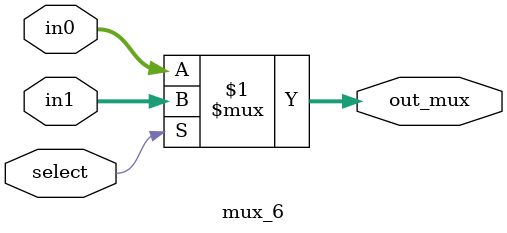
<source format=v>
`timescale 1ns/1ps


module mux_6(
       in0,
       in1,
       select,
       out_mux
       );

input [5:0]  in0 ;
input [5:0]  in1 ;
input        select ;
output [5:0] out_mux;

wire  [5:0]  out_mux ;

assign  out_mux = (select) ? in1 : in0 ;


endmodule

</source>
